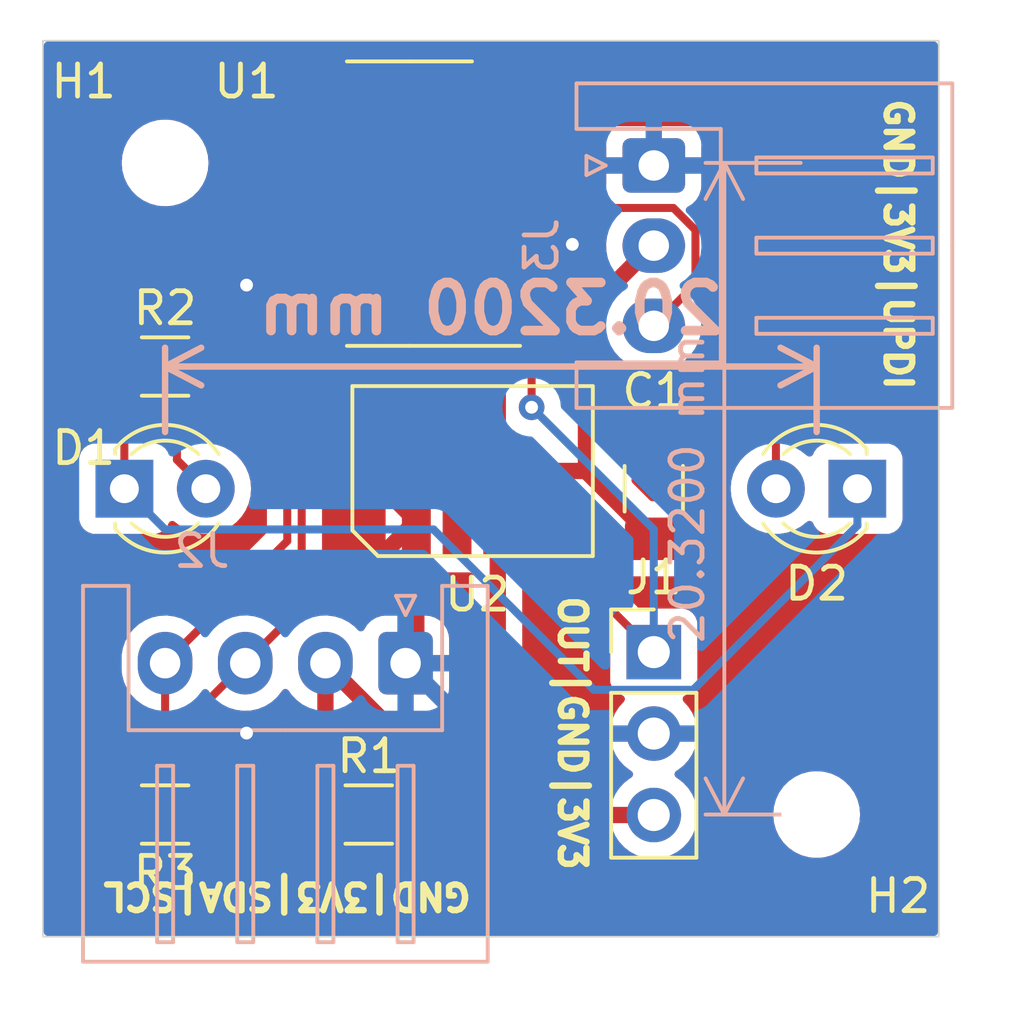
<source format=kicad_pcb>
(kicad_pcb (version 20221018) (generator pcbnew)
  (layers (0 "F.Cu" signal) (31 "B.Cu" signal) (34 "B.Paste" user) (35 "F.Paste" user) (36 "B.SilkS" user "B.Silkscreen") (37 "F.SilkS" user "F.Silkscreen") (38 "B.Mask" user) (39 "F.Mask" user) (44 "Edge.Cuts" user))
  (net 0 "")
  (net 1 "+3V3")
  (net 2 "GND")
  (net 3 "Net-(D1-K)")
  (net 4 "Net-(D1-A)")
  (net 5 "Net-(D2-A)")
  (net 6 "SDA")
  (net 7 "SCL")
  (net 8 "UPDI")
  (net 9 "Net-(U1-PA5)")
  (net 10 "Net-(J1-Pin_1)")
  (footprint "Capacitor_SMD:C_1206_3216Metric_Pad1.33x1.80mm_HandSolder" (layer "F.Cu") (at 82.55 38.1 90)
    (fp_text reference "C1" (at 3.048 0 180) (layer "F.SilkS"))
    (fp_text value "100nF")
    (fp_line (start -0.711252 -0.91) (end 0.711252 -0.91) (stroke (width 0.12)) (layer "F.SilkS"))
    (fp_line (start -0.711252 0.91) (end 0.711252 0.91) (stroke (width 0.12)) (layer "F.SilkS"))
    (pad "1" smd roundrect (at -1.5625 0 90) (size 1.325 1.8) (layers "F.Cu" "F.Paste" "F.Mask") (roundrect_rratio 0.1886792453) (net 1 "+3V3"))
    (pad "2" smd roundrect (at 1.5625 0 90) (size 1.325 1.8) (layers "F.Cu" "F.Paste" "F.Mask") (roundrect_rratio 0.1886792453) (net 2 "GND"))
  )
  (footprint "Resistor_SMD:R_1206_3216Metric_Pad1.30x1.75mm_HandSolder" (layer "F.Cu") (at 73.66 48.26)
    (fp_text reference "R1" (at 0 -1.82) (layer "F.SilkS"))
    (fp_text value "4k7")
    (fp_line (start -0.727064 -0.91) (end 0.727064 -0.91) (stroke (width 0.12)) (layer "F.SilkS"))
    (fp_line (start -0.727064 0.91) (end 0.727064 0.91) (stroke (width 0.12)) (layer "F.SilkS"))
    (pad "1" smd roundrect (at -1.55 0) (size 1.3 1.75) (layers "F.Cu" "F.Paste" "F.Mask") (roundrect_rratio 0.1923076923) (net 1 "+3V3"))
    (pad "2" smd roundrect (at 1.55 0) (size 1.3 1.75) (layers "F.Cu" "F.Paste" "F.Mask") (roundrect_rratio 0.1923076923) (net 6 "SDA"))
  )
  (footprint "Resistor_SMD:R_1206_3216Metric_Pad1.30x1.75mm_HandSolder" (layer "F.Cu") (at 67.31 34.29)
    (fp_text reference "R2" (at 0 -1.82) (layer "F.SilkS"))
    (fp_text value "220")
    (fp_line (start -0.727064 -0.91) (end 0.727064 -0.91) (stroke (width 0.12)) (layer "F.SilkS"))
    (fp_line (start -0.727064 0.91) (end 0.727064 0.91) (stroke (width 0.12)) (layer "F.SilkS"))
    (pad "1" smd roundrect (at -1.55 0) (size 1.3 1.75) (layers "F.Cu" "F.Paste" "F.Mask") (roundrect_rratio 0.1923076923) (net 3 "Net-(D1-K)"))
    (pad "2" smd roundrect (at 1.55 0) (size 1.3 1.75) (layers "F.Cu" "F.Paste" "F.Mask") (roundrect_rratio 0.1923076923) (net 9 "Net-(U1-PA5)"))
  )
  (footprint "Resistor_SMD:R_1206_3216Metric_Pad1.30x1.75mm_HandSolder" (layer "F.Cu") (at 67.31 48.26 180)
    (fp_text reference "R3" (at 0 -1.82 180) (layer "F.SilkS"))
    (fp_text value "4k7")
    (fp_line (start -0.727064 -0.91) (end 0.727064 -0.91) (stroke (width 0.12)) (layer "F.SilkS"))
    (fp_line (start -0.727064 0.91) (end 0.727064 0.91) (stroke (width 0.12)) (layer "F.SilkS"))
    (pad "1" smd roundrect (at -1.55 0 180) (size 1.3 1.75) (layers "F.Cu" "F.Paste" "F.Mask") (roundrect_rratio 0.1923076923) (net 1 "+3V3"))
    (pad "2" smd roundrect (at 1.55 0 180) (size 1.3 1.75) (layers "F.Cu" "F.Paste" "F.Mask") (roundrect_rratio 0.1923076923) (net 7 "SCL"))
  )
  (footprint "Package_SO:SOIC-14_3.9x8.7mm_P1.27mm" (layer "F.Cu") (at 74.93 29.21 180)
    (fp_text reference "U1" (at 5.08 3.81) (layer "F.SilkS"))
    (fp_text value "ATtiny3224-SS")
    (fp_line (start 0 -4.435) (end -3.45 -4.435) (stroke (width 0.12)) (layer "F.SilkS"))
    (fp_line (start 0 -4.435) (end 1.95 -4.435) (stroke (width 0.12)) (layer "F.SilkS"))
    (fp_line (start 0 4.435) (end -1.95 4.435) (stroke (width 0.12)) (layer "F.SilkS"))
    (fp_line (start 0 4.435) (end 1.95 4.435) (stroke (width 0.12)) (layer "F.SilkS"))
    (pad "1" smd roundrect (at -2.475 -3.81 180) (size 1.95 0.6) (layers "F.Cu" "F.Paste" "F.Mask") (net 1 "+3V3"))
    (pad "2" smd roundrect (at -2.475 -2.54 180) (size 1.95 0.6) (layers "F.Cu" "F.Paste" "F.Mask") (net 10 "Net-(J1-Pin_1)"))
    (pad "3" smd roundrect (at -2.475 -1.27 180) (size 1.95 0.6) (layers "F.Cu" "F.Paste" "F.Mask") (net 9 "Net-(U1-PA5)"))
    (pad "4" smd roundrect (at -2.475 0 180) (size 1.95 0.6) (layers "F.Cu" "F.Paste" "F.Mask") (net 4 "Net-(D1-A)"))
    (pad "5" smd roundrect (at -2.475 1.27 180) (size 1.95 0.6) (layers "F.Cu" "F.Paste" "F.Mask") (net 5 "Net-(D2-A)"))
    (pad "6" smd roundrect (at -2.475 2.54 180) (size 1.95 0.6) (layers "F.Cu" "F.Paste" "F.Mask"))
    (pad "7" smd roundrect (at -2.475 3.81 180) (size 1.95 0.6) (layers "F.Cu" "F.Paste" "F.Mask"))
    (pad "8" smd roundrect (at 2.475 3.81 180) (size 1.95 0.6) (layers "F.Cu" "F.Paste" "F.Mask"))
    (pad "9" smd roundrect (at 2.475 2.54 180) (size 1.95 0.6) (layers "F.Cu" "F.Paste" "F.Mask"))
    (pad "10" smd roundrect (at 2.475 1.27 180) (size 1.95 0.6) (layers "F.Cu" "F.Paste" "F.Mask") (net 8 "UPDI"))
    (pad "11" smd roundrect (at 2.475 0 180) (size 1.95 0.6) (layers "F.Cu" "F.Paste" "F.Mask") (net 6 "SDA"))
    (pad "12" smd roundrect (at 2.475 -1.27 180) (size 1.95 0.6) (layers "F.Cu" "F.Paste" "F.Mask") (net 7 "SCL"))
    (pad "13" smd roundrect (at 2.475 -2.54 180) (size 1.95 0.6) (layers "F.Cu" "F.Paste" "F.Mask"))
    (pad "14" smd roundrect (at 2.475 -3.81 180) (size 1.95 0.6) (layers "F.Cu" "F.Paste" "F.Mask") (net 2 "GND"))
  )
  (footprint "MountingHole:MountingHole_2.2mm_M2" (layer "F.Cu") (at 87.63 48.26)
    (fp_text reference "H2" (at 2.54 2.54) (layer "F.SilkS"))
    (fp_text value "MountingHole" hide)
    (pad "" np_thru_hole circle (at 0 0) (size 2.2 2.2) (drill 2.2) (layers "*.Cu" "*.Mask"))
  )
  (footprint "MountingHole:MountingHole_2.2mm_M2" (layer "F.Cu") (at 67.31 27.94)
    (fp_text reference "H1" (at -2.54 -2.54) (layer "F.SilkS"))
    (fp_text value "MountingHole")
    (pad "" np_thru_hole circle (at 0 0) (size 2.2 2.2) (drill 2.2) (layers "*.Cu" "*.Mask"))
  )
  (footprint "opto-counter:TSS60xx" (layer "F.Cu") (at 77.05 37.4)
    (fp_text reference "U2" (at 0 4) (layer "F.SilkS"))
    (fp_text value "TSSP6038")
    (fp_line (start -3.9 -2.5) (end 3.6 -2.5) (stroke (width 0.12)) (layer "F.SilkS"))
    (fp_line (start -3.9 2) (end -3.9 -2.5) (stroke (width 0.12)) (layer "F.SilkS"))
    (fp_line (start -3.1 2.8) (end -3.9 2) (stroke (width 0.12)) (layer "F.SilkS"))
    (fp_line (start 3.6 -2.5) (end 3.6 2.8) (stroke (width 0.12)) (layer "F.SilkS"))
    (fp_line (start 3.6 2.8) (end -3.1 2.8) (stroke (width 0.12)) (layer "F.SilkS"))
    (pad "1" smd rect (at -1.905 1.7) (size 0.9 2.2) (layers "F.Cu" "F.Paste" "F.Mask") (net 2 "GND"))
    (pad "2" smd rect (at -0.635 1.7) (size 0.9 2.2) (layers "F.Cu" "F.Paste" "F.Mask"))
    (pad "3" smd rect (at 0.635 1.7) (size 0.9 2.2) (layers "F.Cu" "F.Paste" "F.Mask") (net 1 "+3V3"))
    (pad "4" smd rect (at 1.905 1.7) (size 0.9 2.2) (layers "F.Cu" "F.Paste" "F.Mask") (net 10 "Net-(J1-Pin_1)"))
  )
  (footprint "LED_THT:LED_D3.0mm_IRBlack" (layer "F.Cu") (at 66.04 38.1)
    (fp_text reference "D1" (at -1.27 -1.27) (layer "F.SilkS"))
    (fp_text value "TSAL4400")
    (fp_line (start -0.29 -1.236) (end -0.29 -1.08) (stroke (width 0.12)) (layer "F.SilkS"))
    (fp_line (start -0.29 1.08) (end -0.29 1.236) (stroke (width 0.12)) (layer "F.SilkS"))
    (fp_arc (start -0.29 -1.235516) (mid 1.366487 -1.987659) (end 2.942335 -1.078608) (stroke (width 0.12)) (layer "F.SilkS"))
    (fp_arc (start 0.229039 -1.08) (mid 1.270117 -1.5) (end 2.31113 -1.079837) (stroke (width 0.12)) (layer "F.SilkS"))
    (fp_arc (start 2.31113 1.079837) (mid 1.270117 1.5) (end 0.229039 1.08) (stroke (width 0.12)) (layer "F.SilkS"))
    (fp_arc (start 2.942335 1.078608) (mid 1.366487 1.987659) (end -0.29 1.235516) (stroke (width 0.12)) (layer "F.SilkS"))
    (pad "1" thru_hole rect (at 0 0) (size 1.8 1.8) (drill 0.9) (layers "*.Cu" "*.Mask") (net 3 "Net-(D1-K)"))
    (pad "2" thru_hole circle (at 2.54 0) (size 1.8 1.8) (drill 0.9) (layers "*.Cu" "*.Mask") (net 4 "Net-(D1-A)"))
  )
  (footprint "LED_THT:LED_D3.0mm_IRBlack" (layer "F.Cu") (at 88.9 38.1 180)
    (fp_text reference "D2" (at 1.27 -2.96) (layer "F.SilkS"))
    (fp_text value "TSAL4400")
    (fp_line (start -0.29 -1.236) (end -0.29 -1.08) (stroke (width 0.12)) (layer "F.SilkS"))
    (fp_line (start -0.29 1.08) (end -0.29 1.236) (stroke (width 0.12)) (layer "F.SilkS"))
    (fp_arc (start -0.29 -1.235516) (mid 1.366487 -1.987659) (end 2.942335 -1.078608) (stroke (width 0.12)) (layer "F.SilkS"))
    (fp_arc (start 0.229039 -1.08) (mid 1.270117 -1.5) (end 2.31113 -1.079837) (stroke (width 0.12)) (layer "F.SilkS"))
    (fp_arc (start 2.31113 1.079837) (mid 1.270117 1.5) (end 0.229039 1.08) (stroke (width 0.12)) (layer "F.SilkS"))
    (fp_arc (start 2.942335 1.078608) (mid 1.366487 1.987659) (end -0.29 1.235516) (stroke (width 0.12)) (layer "F.SilkS"))
    (pad "1" thru_hole rect (at 0 0 180) (size 1.8 1.8) (drill 0.9) (layers "*.Cu" "*.Mask") (net 3 "Net-(D1-K)"))
    (pad "2" thru_hole circle (at 2.54 0 180) (size 1.8 1.8) (drill 0.9) (layers "*.Cu" "*.Mask") (net 5 "Net-(D2-A)"))
  )
  (footprint "Connector_PinHeader_2.54mm:PinHeader_1x03_P2.54mm_Vertical" (layer "F.Cu") (at 82.55 43.195)
    (fp_text reference "J1" (at 0 -2.33) (layer "F.SilkS"))
    (fp_text value "IR-REC")
    (fp_line (start -1.33 -1.33) (end 0 -1.33) (stroke (width 0.12)) (layer "F.SilkS"))
    (fp_line (start -1.33 0) (end -1.33 -1.33) (stroke (width 0.12)) (layer "F.SilkS"))
    (fp_line (start -1.33 1.27) (end -1.33 6.41) (stroke (width 0.12)) (layer "F.SilkS"))
    (fp_line (start -1.33 1.27) (end 1.33 1.27) (stroke (width 0.12)) (layer "F.SilkS"))
    (fp_line (start -1.33 6.41) (end 1.33 6.41) (stroke (width 0.12)) (layer "F.SilkS"))
    (fp_line (start 1.33 1.27) (end 1.33 6.41) (stroke (width 0.12)) (layer "F.SilkS"))
    (pad "1" thru_hole rect (at 0 0) (size 1.7 1.7) (drill 1) (layers "*.Cu" "*.Mask") (net 10 "Net-(J1-Pin_1)"))
    (pad "2" thru_hole oval (at 0 2.54) (size 1.7 1.7) (drill 1) (layers "*.Cu" "*.Mask") (net 2 "GND"))
    (pad "3" thru_hole oval (at 0 5.08) (size 1.7 1.7) (drill 1) (layers "*.Cu" "*.Mask") (net 1 "+3V3"))
  )
  (footprint "Connector_JST:JST_XH_S4B-XH-A_1x04_P2.50mm_Horizontal" (layer "B.Cu") (at 74.81 43.54 180)
    (fp_text reference "J2" (at 6.35 3.5) (layer "B.SilkS") (effects (justify mirror)))
    (fp_text value "qwiic")
    (fp_line (start -2.56 -9.31) (end -2.56 2.41) (stroke (width 0.12)) (layer "B.SilkS"))
    (fp_line (start -2.56 2.41) (end -1.14 2.41) (stroke (width 0.12)) (layer "B.SilkS"))
    (fp_line (start -1.14 -2.09) (end 3.75 -2.09) (stroke (width 0.12)) (layer "B.SilkS"))
    (fp_line (start -1.14 2.41) (end -1.14 -2.09) (stroke (width 0.12)) (layer "B.SilkS"))
    (fp_line (start -0.3 2.1) (end 0.3 2.1) (stroke (width 0.12)) (layer "B.SilkS"))
    (fp_line (start -0.25 -8.7) (end 0.25 -8.7) (stroke (width 0.12)) (layer "B.SilkS"))
    (fp_line (start -0.25 -3.2) (end -0.25 -8.7) (stroke (width 0.12)) (layer "B.SilkS"))
    (fp_line (start 0 1.5) (end -0.3 2.1) (stroke (width 0.12)) (layer "B.SilkS"))
    (fp_line (start 0.25 -8.7) (end 0.25 -3.2) (stroke (width 0.12)) (layer "B.SilkS"))
    (fp_line (start 0.25 -3.2) (end -0.25 -3.2) (stroke (width 0.12)) (layer "B.SilkS"))
    (fp_line (start 0.3 2.1) (end 0 1.5) (stroke (width 0.12)) (layer "B.SilkS"))
    (fp_line (start 2.25 -8.7) (end 2.75 -8.7) (stroke (width 0.12)) (layer "B.SilkS"))
    (fp_line (start 2.25 -3.2) (end 2.25 -8.7) (stroke (width 0.12)) (layer "B.SilkS"))
    (fp_line (start 2.75 -8.7) (end 2.75 -3.2) (stroke (width 0.12)) (layer "B.SilkS"))
    (fp_line (start 2.75 -3.2) (end 2.25 -3.2) (stroke (width 0.12)) (layer "B.SilkS"))
    (fp_line (start 3.75 -9.31) (end -2.56 -9.31) (stroke (width 0.12)) (layer "B.SilkS"))
    (fp_line (start 3.75 -9.31) (end 10.06 -9.31) (stroke (width 0.12)) (layer "B.SilkS"))
    (fp_line (start 4.75 -8.7) (end 5.25 -8.7) (stroke (width 0.12)) (layer "B.SilkS"))
    (fp_line (start 4.75 -3.2) (end 4.75 -8.7) (stroke (width 0.12)) (layer "B.SilkS"))
    (fp_line (start 5.25 -8.7) (end 5.25 -3.2) (stroke (width 0.12)) (layer "B.SilkS"))
    (fp_line (start 5.25 -3.2) (end 4.75 -3.2) (stroke (width 0.12)) (layer "B.SilkS"))
    (fp_line (start 7.25 -8.7) (end 7.75 -8.7) (stroke (width 0.12)) (layer "B.SilkS"))
    (fp_line (start 7.25 -3.2) (end 7.25 -8.7) (stroke (width 0.12)) (layer "B.SilkS"))
    (fp_line (start 7.75 -8.7) (end 7.75 -3.2) (stroke (width 0.12)) (layer "B.SilkS"))
    (fp_line (start 7.75 -3.2) (end 7.25 -3.2) (stroke (width 0.12)) (layer "B.SilkS"))
    (fp_line (start 8.64 -2.09) (end 3.75 -2.09) (stroke (width 0.12)) (layer "B.SilkS"))
    (fp_line (start 8.64 2.41) (end 8.64 -2.09) (stroke (width 0.12)) (layer "B.SilkS"))
    (fp_line (start 10.06 -9.31) (end 10.06 2.41) (stroke (width 0.12)) (layer "B.SilkS"))
    (fp_line (start 10.06 2.41) (end 8.64 2.41) (stroke (width 0.12)) (layer "B.SilkS"))
    (pad "1" thru_hole roundrect (at 0 0 180) (size 1.7 1.95) (drill 0.95) (layers "*.Cu" "*.Mask") (roundrect_rratio 0.1470588235) (net 2 "GND"))
    (pad "2" thru_hole oval (at 2.5 0 180) (size 1.7 1.95) (drill 0.95) (layers "*.Cu" "*.Mask") (net 1 "+3V3"))
    (pad "3" thru_hole oval (at 5 0 180) (size 1.7 1.95) (drill 0.95) (layers "*.Cu" "*.Mask") (net 6 "SDA"))
    (pad "4" thru_hole oval (at 7.5 0 180) (size 1.7 1.95) (drill 0.95) (layers "*.Cu" "*.Mask") (net 7 "SCL"))
  )
  (footprint "Connector_JST:JST_XH_S3B-XH-A_1x03_P2.50mm_Horizontal" (layer "B.Cu") (at 82.55 28.02 -90)
    (fp_text reference "J3" (at 2.5 3.5 -270) (layer "B.SilkS") (effects (justify mirror)))
    (fp_text value "UPDI")
    (fp_line (start -2.56 -9.31) (end -2.56 2.41) (stroke (width 0.12)) (layer "B.SilkS"))
    (fp_line (start -2.56 2.41) (end -1.14 2.41) (stroke (width 0.12)) (layer "B.SilkS"))
    (fp_line (start -1.14 -2.09) (end 2.5 -2.09) (stroke (width 0.12)) (layer "B.SilkS"))
    (fp_line (start -1.14 2.41) (end -1.14 -2.09) (stroke (width 0.12)) (layer "B.SilkS"))
    (fp_line (start -0.3 2.1) (end 0.3 2.1) (stroke (width 0.12)) (layer "B.SilkS"))
    (fp_line (start -0.25 -8.7) (end 0.25 -8.7) (stroke (width 0.12)) (layer "B.SilkS"))
    (fp_line (start -0.25 -3.2) (end -0.25 -8.7) (stroke (width 0.12)) (layer "B.SilkS"))
    (fp_line (start 0 1.5) (end -0.3 2.1) (stroke (width 0.12)) (layer "B.SilkS"))
    (fp_line (start 0.25 -8.7) (end 0.25 -3.2) (stroke (width 0.12)) (layer "B.SilkS"))
    (fp_line (start 0.25 -3.2) (end -0.25 -3.2) (stroke (width 0.12)) (layer "B.SilkS"))
    (fp_line (start 0.3 2.1) (end 0 1.5) (stroke (width 0.12)) (layer "B.SilkS"))
    (fp_line (start 2.25 -8.7) (end 2.75 -8.7) (stroke (width 0.12)) (layer "B.SilkS"))
    (fp_line (start 2.25 -3.2) (end 2.25 -8.7) (stroke (width 0.12)) (layer "B.SilkS"))
    (fp_line (start 2.5 -9.31) (end -2.56 -9.31) (stroke (width 0.12)) (layer "B.SilkS"))
    (fp_line (start 2.5 -9.31) (end 7.56 -9.31) (stroke (width 0.12)) (layer "B.SilkS"))
    (fp_line (start 2.75 -8.7) (end 2.75 -3.2) (stroke (width 0.12)) (layer "B.SilkS"))
    (fp_line (start 2.75 -3.2) (end 2.25 -3.2) (stroke (width 0.12)) (layer "B.SilkS"))
    (fp_line (start 4.75 -8.7) (end 5.25 -8.7) (stroke (width 0.12)) (layer "B.SilkS"))
    (fp_line (start 4.75 -3.2) (end 4.75 -8.7) (stroke (width 0.12)) (layer "B.SilkS"))
    (fp_line (start 5.25 -8.7) (end 5.25 -3.2) (stroke (width 0.12)) (layer "B.SilkS"))
    (fp_line (start 5.25 -3.2) (end 4.75 -3.2) (stroke (width 0.12)) (layer "B.SilkS"))
    (fp_line (start 6.14 -2.09) (end 2.5 -2.09) (stroke (width 0.12)) (layer "B.SilkS"))
    (fp_line (start 6.14 2.41) (end 6.14 -2.09) (stroke (width 0.12)) (layer "B.SilkS"))
    (fp_line (start 7.56 -9.31) (end 7.56 2.41) (stroke (width 0.12)) (layer "B.SilkS"))
    (fp_line (start 7.56 2.41) (end 6.14 2.41) (stroke (width 0.12)) (layer "B.SilkS"))
    (pad "1" thru_hole roundrect (at 0 0 270) (size 1.7 1.95) (drill 0.95) (layers "*.Cu" "*.Mask") (roundrect_rratio 0.1470588235) (net 2 "GND"))
    (pad "2" thru_hole oval (at 2.5 0 270) (size 1.7 1.95) (drill 0.95) (layers "*.Cu" "*.Mask") (net 1 "+3V3"))
    (pad "3" thru_hole oval (at 5 0 270) (size 1.7 1.95) (drill 0.95) (layers "*.Cu" "*.Mask") (net 8 "UPDI"))
  )
  (gr_rect (start 63.5 24.13) (end 91.44 52.07) (stroke (width 0.05)) (fill none) (layer "Edge.Cuts"))
  (gr_text "GND|3V3|SDA|SCL\n" (at 71.12 50.8 180) (layer "F.SilkS") (effects (font (size 0.8 0.8) (thickness 0.2))))
  (gr_text "GND|3V3|UPDI\n" (at 90.17 30.48 -90) (layer "F.SilkS") (effects (font (size 0.8 0.8) (thickness 0.2))))
  (gr_text "OUT|GND|3V3\n" (at 80.01 45.72 270) (layer "F.SilkS") (effects (font (size 0.8 0.8) (thickness 0.2))))
  (dimension (type aligned) (layer "B.SilkS") (pts (xy 87.63 36.83) (xy 67.31 36.83)) (height 2.54) (gr_text "20,3200 mm" (at 77.47 32.49) (layer "B.SilkS") (effects (font (size 1.5 1.5) (thickness 0.3)) (justify mirror))) (format (prefix "") (suffix "") (units 3) (units_format 1) (precision 4)) (style (thickness 0.2) (arrow_length 1.27) (text_position_mode 0) (extension_height 0.58642) (extension_offset 0.5) keep_text_aligned))
  (dimension (type aligned) (layer "B.SilkS") (pts (xy 87.63 48.26) (xy 87.63 27.94)) (height -2.88) (gr_text "20,3200 mm" (at 83.6 38.1 90) (layer "B.SilkS") (effects (font (size 1 1) (thickness 0.15)))) (format (prefix "") (suffix "") (units 3) (units_format 1) (precision 4)) (style (thickness 0.12) (arrow_length 1.27) (text_position_mode 0) (extension_height 0.58642) (extension_offset 0.5) keep_text_aligned))
  (segment (start 80.4335 37.546) (end 78.239 37.546) (width 0.508) (layer "F.Cu") (net 1))
  (segment (start 77.685 44.235) (end 76.2 45.72) (width 0.508) (layer "F.Cu") (net 1))
  (segment (start 77.685 38.1) (end 77.685 39.1) (width 0.508) (layer "F.Cu") (net 1))
  (segment (start 78.239 37.546) (end 77.685 38.1) (width 0.508) (layer "F.Cu") (net 1))
  (segment (start 72.31 48.1225) (end 72.31 45.72) (width 0.508) (layer "F.Cu") (net 1))
  (segment (start 72.1725 48.26) (end 72.31 48.1225) (width 0.508) (layer "F.Cu") (net 1))
  (segment (start 82.55 30.48) (end 80.4335 32.5965) (width 0.508) (layer "F.Cu") (net 1))
  (segment (start 76.2 45.72) (end 74.49 45.72) (width 0.508) (layer "F.Cu") (net 1))
  (segment (start 82.55 30.52) (end 82.55 30.48) (width 0.508) (layer "F.Cu") (net 1))
  (segment (start 82.55 48.275) (end 78.755 48.275) (width 0.508) (layer "F.Cu") (net 1))
  (segment (start 80.4335 32.5965) (end 80.4335 37.546) (width 0.508) (layer "F.Cu") (net 1))
  (segment (start 68.7975 48.26) (end 72.1725 48.26) (width 0.508) (layer "F.Cu") (net 1))
  (segment (start 77.685 33.3) (end 77.685 38.1) (width 0.508) (layer "F.Cu") (net 1))
  (segment (start 77.405 33.02) (end 77.685 33.3) (width 0.508) (layer "F.Cu") (net 1))
  (segment (start 74.49 45.72) (end 72.31 43.54) (width 0.508) (layer "F.Cu") (net 1))
  (segment (start 82.55 39.6625) (end 80.4335 37.546) (width 0.508) (layer "F.Cu") (net 1))
  (segment (start 72.1725 48.26) (end 72.39 48.26) (width 0.508) (layer "F.Cu") (net 1))
  (segment (start 78.755 48.275) (end 76.2 45.72) (width 0.508) (layer "F.Cu") (net 1))
  (segment (start 72.31 45.72) (end 72.31 44.45) (width 0.508) (layer "F.Cu") (net 1))
  (segment (start 77.685 39.1) (end 77.685 44.235) (width 0.508) (layer "F.Cu") (net 1))
  (segment (start 74.81 43.3) (end 75.145 42.965) (width 0.508) (layer "F.Cu") (net 2))
  (segment (start 74.81 43.54) (end 74.81 43.3) (width 0.508) (layer "F.Cu") (net 2))
  (segment (start 75.145 39.1) (end 75.145 34.505) (width 0.508) (layer "F.Cu") (net 2))
  (segment (start 75.145 34.505) (end 73.66 33.02) (width 0.508) (layer "F.Cu") (net 2))
  (segment (start 75.145 42.965) (end 75.145 39.1) (width 0.508) (layer "F.Cu") (net 2))
  (segment (start 73.66 33.02) (end 72.455 33.02) (width 0.508) (layer "F.Cu") (net 2))
  (via (at 69.85 45.72) (size 0.8) (drill 0.4) (layers "F.Cu" "B.Cu") (net 2))
  (via (at 80.01 30.48) (size 0.8) (drill 0.4) (layers "F.Cu" "B.Cu") (net 2))
  (via (at 69.85 31.75) (size 0.8) (drill 0.4) (layers "F.Cu" "B.Cu") (net 2))
  (segment (start 77.005 45.735) (end 74.81 43.54) (width 0.508) (layer "B.Cu") (net 2))
  (segment (start 82.55 45.735) (end 77.005 45.735) (width 0.508) (layer "B.Cu") (net 2))
  (segment (start 66.04 38.1) (end 66.04 34.57) (width 0.25) (layer "F.Cu") (net 3))
  (segment (start 66.04 34.57) (end 65.76 34.29) (width 0.25) (layer "F.Cu") (net 3))
  (segment (start 75.681299 39.37) (end 67.31 39.37) (width 0.25) (layer "B.Cu") (net 3))
  (segment (start 88.9 39.25) (end 83.78 44.37) (width 0.25) (layer "B.Cu") (net 3))
  (segment (start 67.31 39.37) (end 66.04 38.1) (width 0.25) (layer "B.Cu") (net 3))
  (segment (start 80.681299 44.37) (end 75.681299 39.37) (width 0.25) (layer "B.Cu") (net 3))
  (segment (start 83.78 44.37) (end 80.681299 44.37) (width 0.25) (layer "B.Cu") (net 3))
  (segment (start 88.9 38.1) (end 88.9 39.25) (width 0.25) (layer "B.Cu") (net 3))
  (segment (start 75.655 27.639695) (end 75.230305 27.215) (width 0.25) (layer "F.Cu") (net 4))
  (segment (start 75.655 28.240305) (end 75.655 27.639695) (width 0.25) (layer "F.Cu") (net 4))
  (segment (start 67.68 37.2) (end 67.68 31.068249) (width 0.25) (layer "F.Cu") (net 4))
  (segment (start 73.576751 27.215) (end 73.476751 27.315) (width 0.25) (layer "F.Cu") (net 4))
  (segment (start 73.476751 27.315) (end 71.433249 27.315) (width 0.25) (layer "F.Cu") (net 4))
  (segment (start 77.405 29.21) (end 76.624695 29.21) (width 0.25) (layer "F.Cu") (net 4))
  (segment (start 76.624695 29.21) (end 75.655 28.240305) (width 0.25) (layer "F.Cu") (net 4))
  (segment (start 75.230305 27.215) (end 73.576751 27.215) (width 0.25) (layer "F.Cu") (net 4))
  (segment (start 68.58 38.1) (end 67.68 37.2) (width 0.25) (layer "F.Cu") (net 4))
  (segment (start 67.68 31.068249) (end 71.433249 27.315) (width 0.25) (layer "F.Cu") (net 4))
  (segment (start 83.338173 26.67) (end 83.82 26.67) (width 0.25) (layer "F.Cu") (net 5))
  (segment (start 86.36 38.1) (end 86.36 29.691827) (width 0.25) (layer "F.Cu") (net 5))
  (segment (start 78.74 27.94) (end 77.405 27.94) (width 0.25) (layer "F.Cu") (net 5))
  (segment (start 83.82 26.67) (end 85.09 26.67) (width 0.25) (layer "F.Cu") (net 5))
  (segment (start 83.338173 26.67) (end 80.01 26.67) (width 0.25) (layer "F.Cu") (net 5))
  (segment (start 80.01 26.67) (end 78.74 27.94) (width 0.25) (layer "F.Cu") (net 5))
  (segment (start 86.36 27.94) (end 86.36 30.48) (width 0.25) (layer "F.Cu") (net 5))
  (segment (start 85.09 26.67) (end 86.36 27.94) (width 0.25) (layer "F.Cu") (net 5))
  (segment (start 73.755 29.499645) (end 73.755 32.096751) (width 0.25) (layer "F.Cu") (net 6))
  (segment (start 67.76 45.59) (end 67.76 49.123172) (width 0.25) (layer "F.Cu") (net 6))
  (segment (start 71.57 34.705) (end 71.57 41.78) (width 0.25) (layer "F.Cu") (net 6))
  (segment (start 73.9475 49.46) (end 68.096828 49.46) (width 0.25) (layer "F.Cu") (net 6))
  (segment (start 72.455 29.21) (end 73.465355 29.21) (width 0.25) (layer "F.Cu") (net 6))
  (segment (start 73.755 32.096751) (end 73.476751 32.375) (width 0.25) (layer "F.Cu") (net 6))
  (segment (start 71.155 34.29) (end 71.57 34.705) (width 0.25) (layer "F.Cu") (net 6))
  (segment (start 73.465355 29.21) (end 73.755 29.499645) (width 0.25) (layer "F.Cu") (net 6))
  (segment (start 73.476751 32.375) (end 71.433249 32.375) (width 0.25) (layer "F.Cu") (net 6))
  (segment (start 71.57 41.78) (end 69.81 43.54) (width 0.25) (layer "F.Cu") (net 6))
  (segment (start 75.1475 48.26) (end 73.9475 49.46) (width 0.25) (layer "F.Cu") (net 6))
  (segment (start 68.096828 49.46) (end 67.76 49.123172) (width 0.25) (layer "F.Cu") (net 6))
  (segment (start 69.81 43.54) (end 67.76 45.59) (width 0.25) (layer "F.Cu") (net 6))
  (segment (start 71.155 32.653249) (end 71.155 34.29) (width 0.25) (layer "F.Cu") (net 6))
  (segment (start 71.433249 32.375) (end 71.155 32.653249) (width 0.25) (layer "F.Cu") (net 6))
  (segment (start 71.12 30.48) (end 72.455 30.48) (width 0.25) (layer "F.Cu") (net 7))
  (segment (start 67.31 43.54) (end 71.12 39.73) (width 0.25) (layer "F.Cu") (net 7))
  (segment (start 67.31 46.7725) (end 67.31 43.54) (width 0.25) (layer "F.Cu") (net 7))
  (segment (start 67.31 46.7725) (end 65.8225 48.26) (width 0.25) (layer "F.Cu") (net 7))
  (segment (start 71.12 36.83) (end 70.705 36.415) (width 0.25) (layer "F.Cu") (net 7))
  (segment (start 70.705 30.895) (end 71.12 30.48) (width 0.25) (layer "F.Cu") (net 7))
  (segment (start 71.12 39.73) (end 71.12 36.83) (width 0.25) (layer "F.Cu") (net 7))
  (segment (start 70.705 36.415) (end 70.705 30.895) (width 0.25) (layer "F.Cu") (net 7))
  (segment (start 83.85 30.033299) (end 83.161701 29.345) (width 0.25) (layer "F.Cu") (net 8))
  (segment (start 75.555 29.835) (end 73.66 27.94) (width 0.25) (layer "F.Cu") (net 8))
  (segment (start 73.66 27.94) (end 72.455 27.94) (width 0.25) (layer "F.Cu") (net 8))
  (segment (start 79.186751 29.345) (end 78.696751 29.835) (width 0.25) (layer "F.Cu") (net 8))
  (segment (start 83.161701 29.345) (end 79.186751 29.345) (width 0.25) (layer "F.Cu") (net 8))
  (segment (start 78.696751 29.835) (end 75.555 29.835) (width 0.25) (layer "F.Cu") (net 8))
  (segment (start 83.85 31.72) (end 83.85 30.033299) (width 0.25) (layer "F.Cu") (net 8))
  (segment (start 82.55 33.02) (end 83.85 31.72) (width 0.25) (layer "F.Cu") (net 8))
  (segment (start 73.476751 28.585) (end 71.433249 28.585) (width 0.25) (layer "F.Cu") (net 9))
  (segment (start 68.86 34.29) (end 68.86 31.158249) (width 0.25) (layer "F.Cu") (net 9))
  (segment (start 77.405 30.48) (end 75.371751 30.48) (width 0.25) (layer "F.Cu") (net 9))
  (segment (start 68.86 31.158249) (end 71.433249 28.585) (width 0.25) (layer "F.Cu") (net 9))
  (segment (start 75.371751 30.48) (end 73.476751 28.585) (width 0.25) (layer "F.Cu") (net 9))
  (segment (start 78.74 32.708249) (end 77.781751 31.75) (width 0.25) (layer "F.Cu") (net 10))
  (segment (start 78.74 35.56) (end 78.74 32.708249) (width 0.25) (layer "F.Cu") (net 10))
  (segment (start 78.955 39.6) (end 82.55 43.195) (width 0.25) (layer "F.Cu") (net 10))
  (segment (start 77.781751 31.75) (end 77.405 31.75) (width 0.25) (layer "F.Cu") (net 10))
  (segment (start 78.955 39.1) (end 78.955 39.6) (width 0.25) (layer "F.Cu") (net 10))
  (via (at 78.74 35.56) (size 0.8) (drill 0.4) (layers "F.Cu" "B.Cu") (net 10))
  (segment (start 82.55 43.195) (end 82.55 39.37) (width 0.25) (layer "B.Cu") (net 10))
  (segment (start 82.55 39.37) (end 78.74 35.56) (width 0.25) (layer "B.Cu") (net 10))
  (zone (net 2) (net_name "GND") (layer "F.Cu") (connect_pads (clearance 0.508)) (min_thickness 0.254) (fill yes (thermal_gap 0.508) (thermal_bridge_width 0.508))
    (polygon (pts (xy 92.71 53.34) (xy 62.23 53.34) (xy 62.23 22.86) (xy 92.71 22.86)))
  )
  (zone (net 2) (net_name "GND") (layer "B.Cu") (connect_pads (clearance 0.508)) (min_thickness 0.254) (fill yes (thermal_gap 0.508) (thermal_bridge_width 0.508))
    (polygon (pts (xy 91.44 52.07) (xy 63.5 52.07) (xy 63.5 24.13) (xy 91.44 24.13)))
  )
)
</source>
